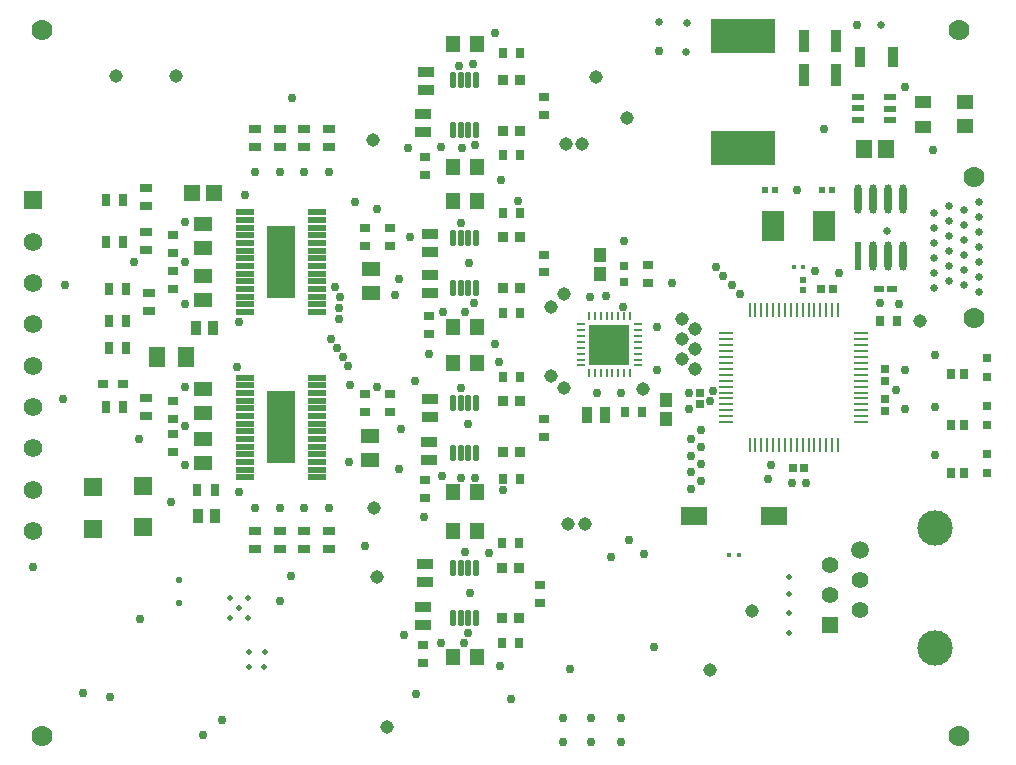
<source format=gts>
G04*
G04 #@! TF.GenerationSoftware,Altium Limited,Altium Designer,22.0.2 (36)*
G04*
G04 Layer_Color=8388736*
%FSLAX24Y24*%
%MOIN*%
G70*
G04*
G04 #@! TF.SameCoordinates,DE06566D-9B10-4468-8ADE-4E205E6E5B4C*
G04*
G04*
G04 #@! TF.FilePolarity,Negative*
G04*
G01*
G75*
%ADD17R,0.0295X0.0394*%
%ADD18R,0.0394X0.0295*%
%ADD19R,0.0600X0.0600*%
%ADD20R,0.0377X0.0497*%
G04:AMPARAMS|DCode=21|XSize=9.8mil|YSize=27.6mil|CornerRadius=2mil|HoleSize=0mil|Usage=FLASHONLY|Rotation=180.000|XOffset=0mil|YOffset=0mil|HoleType=Round|Shape=RoundedRectangle|*
%AMROUNDEDRECTD21*
21,1,0.0098,0.0236,0,0,180.0*
21,1,0.0059,0.0276,0,0,180.0*
1,1,0.0039,-0.0030,0.0118*
1,1,0.0039,0.0030,0.0118*
1,1,0.0039,0.0030,-0.0118*
1,1,0.0039,-0.0030,-0.0118*
%
%ADD21ROUNDEDRECTD21*%
G04:AMPARAMS|DCode=22|XSize=9.8mil|YSize=27.6mil|CornerRadius=2mil|HoleSize=0mil|Usage=FLASHONLY|Rotation=90.000|XOffset=0mil|YOffset=0mil|HoleType=Round|Shape=RoundedRectangle|*
%AMROUNDEDRECTD22*
21,1,0.0098,0.0236,0,0,90.0*
21,1,0.0059,0.0276,0,0,90.0*
1,1,0.0039,0.0118,0.0030*
1,1,0.0039,0.0118,-0.0030*
1,1,0.0039,-0.0118,-0.0030*
1,1,0.0039,-0.0118,0.0030*
%
%ADD22ROUNDEDRECTD22*%
%ADD23R,0.0315X0.0315*%
%ADD24R,0.0394X0.0315*%
%ADD25R,0.0354X0.0315*%
%ADD26R,0.0533X0.0710*%
%ADD27R,0.0613X0.0500*%
%ADD28R,0.0354X0.0315*%
%ADD29R,0.0368X0.0379*%
%ADD30R,0.0315X0.0354*%
G04:AMPARAMS|DCode=31|XSize=17.7mil|YSize=63mil|CornerRadius=1.9mil|HoleSize=0mil|Usage=FLASHONLY|Rotation=90.000|XOffset=0mil|YOffset=0mil|HoleType=Round|Shape=RoundedRectangle|*
%AMROUNDEDRECTD31*
21,1,0.0177,0.0591,0,0,90.0*
21,1,0.0138,0.0630,0,0,90.0*
1,1,0.0039,0.0295,0.0069*
1,1,0.0039,0.0295,-0.0069*
1,1,0.0039,-0.0295,-0.0069*
1,1,0.0039,-0.0295,0.0069*
%
%ADD31ROUNDEDRECTD31*%
G04:AMPARAMS|DCode=32|XSize=94.5mil|YSize=242.9mil|CornerRadius=1.9mil|HoleSize=0mil|Usage=FLASHONLY|Rotation=0.000|XOffset=0mil|YOffset=0mil|HoleType=Round|Shape=RoundedRectangle|*
%AMROUNDEDRECTD32*
21,1,0.0945,0.2391,0,0,0.0*
21,1,0.0907,0.2429,0,0,0.0*
1,1,0.0038,0.0454,-0.1196*
1,1,0.0038,-0.0454,-0.1196*
1,1,0.0038,-0.0454,0.1196*
1,1,0.0038,0.0454,0.1196*
%
%ADD32ROUNDEDRECTD32*%
%ADD33R,0.0094X0.0492*%
%ADD34R,0.0492X0.0094*%
%ADD35R,0.0374X0.0217*%
%ADD36R,0.0576X0.0494*%
%ADD37R,0.0906X0.0591*%
%ADD38R,0.0354X0.0748*%
%ADD39R,0.2165X0.1181*%
%ADD40R,0.0276X0.0335*%
%ADD41R,0.0535X0.0575*%
%ADD42R,0.0554X0.0615*%
%ADD43R,0.0374X0.0669*%
%ADD44R,0.0433X0.0236*%
G04:AMPARAMS|DCode=45|XSize=97.4mil|YSize=24.5mil|CornerRadius=12.2mil|HoleSize=0mil|Usage=FLASHONLY|Rotation=90.000|XOffset=0mil|YOffset=0mil|HoleType=Round|Shape=RoundedRectangle|*
%AMROUNDEDRECTD45*
21,1,0.0974,0.0000,0,0,90.0*
21,1,0.0729,0.0245,0,0,90.0*
1,1,0.0245,0.0000,0.0365*
1,1,0.0245,0.0000,-0.0365*
1,1,0.0245,0.0000,-0.0365*
1,1,0.0245,0.0000,0.0365*
%
%ADD45ROUNDEDRECTD45*%
%ADD46R,0.0245X0.0974*%
%ADD47R,0.0531X0.0374*%
G04:AMPARAMS|DCode=48|XSize=17.7mil|YSize=51.2mil|CornerRadius=4.4mil|HoleSize=0mil|Usage=FLASHONLY|Rotation=180.000|XOffset=0mil|YOffset=0mil|HoleType=Round|Shape=RoundedRectangle|*
%AMROUNDEDRECTD48*
21,1,0.0177,0.0423,0,0,180.0*
21,1,0.0089,0.0512,0,0,180.0*
1,1,0.0089,-0.0044,0.0212*
1,1,0.0089,0.0044,0.0212*
1,1,0.0089,0.0044,-0.0212*
1,1,0.0089,-0.0044,-0.0212*
%
%ADD48ROUNDEDRECTD48*%
G04:AMPARAMS|DCode=49|XSize=17.7mil|YSize=51.2mil|CornerRadius=4.4mil|HoleSize=0mil|Usage=FLASHONLY|Rotation=180.000|XOffset=0mil|YOffset=0mil|HoleType=Round|Shape=RoundedRectangle|*
%AMROUNDEDRECTD49*
21,1,0.0177,0.0423,0,0,180.0*
21,1,0.0089,0.0512,0,0,180.0*
1,1,0.0089,-0.0044,0.0212*
1,1,0.0089,0.0044,0.0212*
1,1,0.0089,0.0044,-0.0212*
1,1,0.0089,-0.0044,-0.0212*
%
%ADD49ROUNDEDRECTD49*%
%ADD50R,0.0283X0.0299*%
%ADD51R,0.1358X0.1358*%
%ADD52R,0.0299X0.0283*%
%ADD53R,0.0354X0.0295*%
%ADD54R,0.0472X0.0571*%
%ADD55R,0.0398X0.0476*%
%ADD56R,0.0374X0.0531*%
%ADD57R,0.0217X0.0236*%
%ADD58R,0.0748X0.1024*%
%ADD59R,0.0177X0.0177*%
%ADD60R,0.0220X0.0205*%
%ADD61R,0.0276X0.0256*%
%ADD62R,0.0551X0.0394*%
%ADD63C,0.0700*%
%ADD64C,0.0200*%
%ADD65C,0.0260*%
%ADD66C,0.1181*%
%ADD67C,0.0591*%
%ADD68C,0.0551*%
%ADD69R,0.0551X0.0551*%
%ADD70C,0.0617*%
%ADD71R,0.0617X0.0617*%
%ADD72C,0.0300*%
%ADD73C,0.0450*%
%ADD74C,0.0220*%
D17*
X17951Y25059D02*
D03*
X17361D02*
D03*
X17851Y21122D02*
D03*
X17261D02*
D03*
X17951Y23094D02*
D03*
X17361D02*
D03*
X20895Y18350D02*
D03*
X20305D02*
D03*
X17261Y28012D02*
D03*
X17851D02*
D03*
X17261Y26634D02*
D03*
X17851D02*
D03*
X17355Y24000D02*
D03*
X17945D02*
D03*
D18*
X18700Y24327D02*
D03*
Y24917D02*
D03*
X18600Y21417D02*
D03*
Y20827D02*
D03*
Y27833D02*
D03*
Y28423D02*
D03*
Y26355D02*
D03*
Y26945D02*
D03*
D19*
X16850Y17075D02*
D03*
Y18455D02*
D03*
X18500Y18490D02*
D03*
Y17110D02*
D03*
D20*
X20909Y17484D02*
D03*
X20336D02*
D03*
X20841Y23750D02*
D03*
X20268D02*
D03*
D21*
X33361Y24145D02*
D03*
X33558D02*
D03*
Y22255D02*
D03*
X33361D02*
D03*
X34739D02*
D03*
X33755Y24145D02*
D03*
X33952D02*
D03*
X34148D02*
D03*
X34345D02*
D03*
X34542D02*
D03*
X34739D02*
D03*
X33755Y22255D02*
D03*
X33952D02*
D03*
X34148D02*
D03*
X34345D02*
D03*
X34542D02*
D03*
D22*
X33105Y22511D02*
D03*
Y22708D02*
D03*
Y23692D02*
D03*
Y23889D02*
D03*
X34995D02*
D03*
Y22905D02*
D03*
Y22708D02*
D03*
X33105Y23298D02*
D03*
Y23495D02*
D03*
Y22905D02*
D03*
Y23102D02*
D03*
X34995Y23298D02*
D03*
Y23495D02*
D03*
Y23692D02*
D03*
Y22511D02*
D03*
Y23102D02*
D03*
D23*
X46650Y22125D02*
D03*
Y22775D02*
D03*
Y19575D02*
D03*
Y18925D02*
D03*
Y21175D02*
D03*
Y20525D02*
D03*
D24*
X23884Y16995D02*
D03*
Y16405D02*
D03*
X22250Y30395D02*
D03*
Y29805D02*
D03*
X23067Y30395D02*
D03*
Y29805D02*
D03*
X23884Y30395D02*
D03*
Y29805D02*
D03*
X24702Y16409D02*
D03*
Y17000D02*
D03*
X23067Y16405D02*
D03*
Y16995D02*
D03*
X22250Y16409D02*
D03*
Y17000D02*
D03*
X24702Y30395D02*
D03*
Y29805D02*
D03*
D25*
X17158Y21901D02*
D03*
X17827D02*
D03*
D26*
X18968Y22800D02*
D03*
X19932D02*
D03*
D27*
X26069Y20175D02*
D03*
Y19373D02*
D03*
X26110Y25723D02*
D03*
Y24921D02*
D03*
X20500Y26436D02*
D03*
Y27238D02*
D03*
Y20064D02*
D03*
Y19262D02*
D03*
Y20936D02*
D03*
Y21738D02*
D03*
Y25489D02*
D03*
Y24687D02*
D03*
D28*
X25900Y26505D02*
D03*
Y27095D02*
D03*
X31882Y20131D02*
D03*
Y20721D02*
D03*
Y30873D02*
D03*
Y25614D02*
D03*
X31750Y14605D02*
D03*
X26750Y21545D02*
D03*
Y20955D02*
D03*
X19500Y26265D02*
D03*
Y26856D02*
D03*
X31750Y15195D02*
D03*
X35323Y25255D02*
D03*
Y25845D02*
D03*
X26750Y27095D02*
D03*
Y26505D02*
D03*
X19500Y25055D02*
D03*
Y25645D02*
D03*
Y21329D02*
D03*
Y20739D02*
D03*
Y19621D02*
D03*
Y20211D02*
D03*
X25900Y20955D02*
D03*
Y21545D02*
D03*
X31882Y31464D02*
D03*
Y26205D02*
D03*
D29*
X31064Y30323D02*
D03*
Y25109D02*
D03*
Y19626D02*
D03*
X31032Y14100D02*
D03*
X31064Y32023D02*
D03*
X30500D02*
D03*
Y30323D02*
D03*
X31064Y26809D02*
D03*
X30500D02*
D03*
Y25109D02*
D03*
X31064Y21326D02*
D03*
X30500D02*
D03*
Y19626D02*
D03*
X31032Y15750D02*
D03*
X30468D02*
D03*
Y14100D02*
D03*
D30*
X31077Y29523D02*
D03*
Y24250D02*
D03*
Y18726D02*
D03*
X31045Y13250D02*
D03*
X43055Y24000D02*
D03*
X43645D02*
D03*
X30455Y13250D02*
D03*
X30487Y18726D02*
D03*
Y29523D02*
D03*
Y24250D02*
D03*
X34555Y20950D02*
D03*
X35145D02*
D03*
X31077Y22126D02*
D03*
X30487D02*
D03*
Y32923D02*
D03*
X31077D02*
D03*
X30487Y27609D02*
D03*
X31077D02*
D03*
X31045Y16600D02*
D03*
X30455D02*
D03*
D31*
X21898Y22106D02*
D03*
Y21850D02*
D03*
Y19036D02*
D03*
Y18780D02*
D03*
X24300Y20059D02*
D03*
Y20827D02*
D03*
X21898Y20315D02*
D03*
X24300D02*
D03*
X21898Y20571D02*
D03*
X24300D02*
D03*
Y22106D02*
D03*
Y21850D02*
D03*
Y21595D02*
D03*
Y18780D02*
D03*
Y19036D02*
D03*
Y19291D02*
D03*
Y21083D02*
D03*
Y19803D02*
D03*
X21898Y20827D02*
D03*
Y20059D02*
D03*
X24300Y21339D02*
D03*
Y19547D02*
D03*
X21898Y19291D02*
D03*
Y21595D02*
D03*
Y19803D02*
D03*
Y21083D02*
D03*
Y21339D02*
D03*
Y19547D02*
D03*
Y25054D02*
D03*
Y26846D02*
D03*
Y26590D02*
D03*
Y25310D02*
D03*
Y27102D02*
D03*
Y24798D02*
D03*
X24300Y26334D02*
D03*
Y25566D02*
D03*
X21898Y24287D02*
D03*
Y24543D02*
D03*
Y27357D02*
D03*
Y27613D02*
D03*
X24300Y25822D02*
D03*
X21898D02*
D03*
X24300Y26078D02*
D03*
X21898D02*
D03*
X24300Y27613D02*
D03*
Y27357D02*
D03*
Y27102D02*
D03*
Y24287D02*
D03*
Y24543D02*
D03*
Y24798D02*
D03*
Y26590D02*
D03*
Y25310D02*
D03*
X21898Y26334D02*
D03*
Y25566D02*
D03*
X24300Y26846D02*
D03*
Y25054D02*
D03*
D32*
X23099Y20443D02*
D03*
Y25950D02*
D03*
D33*
X41670Y19857D02*
D03*
X41474D02*
D03*
X41277D02*
D03*
X41080D02*
D03*
X40883D02*
D03*
X40686D02*
D03*
X40489D02*
D03*
X40293D02*
D03*
X40096D02*
D03*
X39899D02*
D03*
X39702D02*
D03*
X39505D02*
D03*
X39308D02*
D03*
X39111D02*
D03*
X38915D02*
D03*
X38718D02*
D03*
X41670Y24346D02*
D03*
X41474D02*
D03*
X41277D02*
D03*
X41080D02*
D03*
X40883D02*
D03*
X40686D02*
D03*
X40489D02*
D03*
X40293D02*
D03*
X40096D02*
D03*
X39899D02*
D03*
X39702D02*
D03*
X39505D02*
D03*
X39308D02*
D03*
X38915D02*
D03*
X38718D02*
D03*
X39111D02*
D03*
D34*
X42438Y20625D02*
D03*
Y20822D02*
D03*
Y21019D02*
D03*
Y21216D02*
D03*
Y21413D02*
D03*
Y21609D02*
D03*
Y21806D02*
D03*
Y22003D02*
D03*
Y22200D02*
D03*
Y22397D02*
D03*
Y22594D02*
D03*
Y22791D02*
D03*
Y22987D02*
D03*
Y23184D02*
D03*
Y23381D02*
D03*
Y23578D02*
D03*
X37950D02*
D03*
Y23381D02*
D03*
Y23184D02*
D03*
Y22987D02*
D03*
Y22200D02*
D03*
Y22003D02*
D03*
Y21806D02*
D03*
Y21609D02*
D03*
Y21413D02*
D03*
Y21216D02*
D03*
Y21019D02*
D03*
Y20822D02*
D03*
Y20625D02*
D03*
Y22397D02*
D03*
Y22594D02*
D03*
Y22791D02*
D03*
D35*
X43024Y25050D02*
D03*
X43476D02*
D03*
D36*
X45900Y31304D02*
D03*
Y30496D02*
D03*
D37*
X39519Y17486D02*
D03*
X36881D02*
D03*
D38*
X41585Y33335D02*
D03*
X40522D02*
D03*
X41608Y32192D02*
D03*
X40545D02*
D03*
D39*
X38515Y29753D02*
D03*
Y33493D02*
D03*
D40*
X45876Y18925D02*
D03*
X45424D02*
D03*
X45876Y20525D02*
D03*
X45424D02*
D03*
X45876Y22225D02*
D03*
X45424D02*
D03*
D41*
X20863Y28271D02*
D03*
X20133D02*
D03*
D42*
X43280Y29718D02*
D03*
X42531D02*
D03*
D43*
X42385Y32794D02*
D03*
X43487D02*
D03*
D44*
X42350Y31076D02*
D03*
X43413Y31450D02*
D03*
X42350D02*
D03*
X43413Y31072D02*
D03*
Y30702D02*
D03*
X42350D02*
D03*
D45*
X42850Y26149D02*
D03*
Y28051D02*
D03*
X42350D02*
D03*
X43350D02*
D03*
X43850D02*
D03*
X43350Y26149D02*
D03*
X43850D02*
D03*
D46*
X42350D02*
D03*
D47*
X27850Y13845D02*
D03*
Y14455D02*
D03*
X28050Y19345D02*
D03*
Y19955D02*
D03*
X28077Y20795D02*
D03*
Y21405D02*
D03*
X27850Y30888D02*
D03*
Y30278D02*
D03*
X27900Y15905D02*
D03*
Y15295D02*
D03*
X27950Y31695D02*
D03*
Y32305D02*
D03*
X28077Y24911D02*
D03*
Y25521D02*
D03*
Y26905D02*
D03*
Y26295D02*
D03*
D48*
X29091Y26751D02*
D03*
X29603Y25098D02*
D03*
X28835Y26751D02*
D03*
Y25098D02*
D03*
X29091D02*
D03*
X29347D02*
D03*
Y26751D02*
D03*
X29091Y21251D02*
D03*
X29603Y19598D02*
D03*
X28835Y21251D02*
D03*
Y19598D02*
D03*
X29091D02*
D03*
X29347D02*
D03*
Y21251D02*
D03*
X29091Y15744D02*
D03*
X29603Y14090D02*
D03*
X28835Y15744D02*
D03*
Y14090D02*
D03*
X29091D02*
D03*
X29347Y15744D02*
D03*
Y14090D02*
D03*
Y30366D02*
D03*
Y32019D02*
D03*
X29091Y30366D02*
D03*
X28835D02*
D03*
Y32019D02*
D03*
X29603Y30366D02*
D03*
X29091Y32019D02*
D03*
D49*
X29603Y26751D02*
D03*
Y21251D02*
D03*
Y15744D02*
D03*
Y32019D02*
D03*
D50*
X43250Y22007D02*
D03*
Y22393D02*
D03*
X37063Y21219D02*
D03*
Y21605D02*
D03*
X43250Y21007D02*
D03*
Y21393D02*
D03*
D51*
X34050Y23200D02*
D03*
D52*
X40157Y19078D02*
D03*
X40543D02*
D03*
X41107Y25050D02*
D03*
X41493D02*
D03*
D53*
X27900Y28845D02*
D03*
Y29455D02*
D03*
X28050Y23545D02*
D03*
Y24155D02*
D03*
X27850Y13205D02*
D03*
Y12595D02*
D03*
X27900Y18705D02*
D03*
Y18095D02*
D03*
D54*
X29626Y18276D02*
D03*
X28838D02*
D03*
Y23809D02*
D03*
X29626D02*
D03*
Y22576D02*
D03*
X28838D02*
D03*
X28837Y28009D02*
D03*
X29625D02*
D03*
X29626Y12776D02*
D03*
X28838D02*
D03*
X29626Y29123D02*
D03*
X28838D02*
D03*
Y16976D02*
D03*
X29626D02*
D03*
X28838Y33223D02*
D03*
X29626D02*
D03*
D55*
X33723Y26181D02*
D03*
Y25550D02*
D03*
X35950Y21366D02*
D03*
Y20734D02*
D03*
D56*
X33895Y20850D02*
D03*
X33305D02*
D03*
D57*
X40500Y25367D02*
D03*
Y25033D02*
D03*
D58*
X39504Y27150D02*
D03*
X41196D02*
D03*
D59*
X40193Y25800D02*
D03*
X40507D02*
D03*
X38043Y16200D02*
D03*
X38357D02*
D03*
D60*
X39554Y28350D02*
D03*
X39246D02*
D03*
X41146D02*
D03*
X41454D02*
D03*
D61*
X34523Y25816D02*
D03*
Y25284D02*
D03*
D62*
X44500Y30473D02*
D03*
Y31300D02*
D03*
D63*
X46196Y28796D02*
D03*
Y24096D02*
D03*
X45700Y33700D02*
D03*
Y10150D02*
D03*
X15150D02*
D03*
Y33700D02*
D03*
D64*
X40050Y13600D02*
D03*
Y14250D02*
D03*
Y14900D02*
D03*
Y15450D02*
D03*
X22050Y12950D02*
D03*
Y12450D02*
D03*
X22550D02*
D03*
X22555Y12957D02*
D03*
X21698Y14433D02*
D03*
X21400Y14100D02*
D03*
X22000D02*
D03*
Y14750D02*
D03*
X21400D02*
D03*
X23441Y19395D02*
D03*
X23099Y19393D02*
D03*
X22749D02*
D03*
X23441Y19795D02*
D03*
X23099Y19793D02*
D03*
X22749D02*
D03*
X23441Y20195D02*
D03*
X23099Y20193D02*
D03*
X22749D02*
D03*
X23449Y20693D02*
D03*
X23099D02*
D03*
X22749D02*
D03*
X23449Y21043D02*
D03*
X23099D02*
D03*
X22749D02*
D03*
X23449Y21443D02*
D03*
X23099D02*
D03*
X22749D02*
D03*
X23441Y24902D02*
D03*
X23099Y24900D02*
D03*
X22749D02*
D03*
X23441Y25302D02*
D03*
X23099Y25300D02*
D03*
X22749D02*
D03*
X23441Y25702D02*
D03*
X23099Y25700D02*
D03*
X22749D02*
D03*
X23449Y26200D02*
D03*
X23099D02*
D03*
X22749D02*
D03*
X23449Y26550D02*
D03*
X23099D02*
D03*
X22749D02*
D03*
X23449Y26950D02*
D03*
X23099D02*
D03*
X22749D02*
D03*
D65*
X45376Y25826D02*
D03*
Y26826D02*
D03*
Y27326D02*
D03*
X44876Y25076D02*
D03*
Y27076D02*
D03*
Y27576D02*
D03*
X45376Y25326D02*
D03*
Y27826D02*
D03*
X44876Y26076D02*
D03*
Y25576D02*
D03*
X45376Y26326D02*
D03*
X44876Y26576D02*
D03*
X46376Y27946D02*
D03*
Y25946D02*
D03*
Y26946D02*
D03*
Y25446D02*
D03*
Y26446D02*
D03*
X45876Y25196D02*
D03*
Y27696D02*
D03*
Y27196D02*
D03*
Y25696D02*
D03*
Y26196D02*
D03*
X46376Y27446D02*
D03*
X45876Y26696D02*
D03*
X46376Y24946D02*
D03*
X43300Y27000D02*
D03*
X43100Y33850D02*
D03*
X35690Y33966D02*
D03*
X36628Y33916D02*
D03*
X36593Y32973D02*
D03*
D66*
X44897Y13102D02*
D03*
Y17102D02*
D03*
D67*
X42397Y16350D02*
D03*
D68*
X41397Y15850D02*
D03*
X42397Y15350D02*
D03*
X41397Y14850D02*
D03*
X42397Y14350D02*
D03*
D69*
X41397Y13850D02*
D03*
D70*
X14850Y23878D02*
D03*
Y25256D02*
D03*
Y18366D02*
D03*
Y19744D02*
D03*
Y16988D02*
D03*
Y26634D02*
D03*
Y22500D02*
D03*
Y21122D02*
D03*
D71*
Y28012D02*
D03*
D72*
X29579Y18761D02*
D03*
X29102D02*
D03*
X41700Y25600D02*
D03*
X40900Y25650D02*
D03*
X21150Y10700D02*
D03*
X20500Y10200D02*
D03*
X33450Y9950D02*
D03*
Y10750D02*
D03*
X34450Y9950D02*
D03*
X32500D02*
D03*
X34437Y10775D02*
D03*
X32500Y10750D02*
D03*
X19900Y24550D02*
D03*
X14850Y15800D02*
D03*
X19450Y17950D02*
D03*
X15850Y21400D02*
D03*
X15900Y25200D02*
D03*
X21700Y18300D02*
D03*
X44900Y22850D02*
D03*
X34427Y21600D02*
D03*
X35650Y22350D02*
D03*
Y23800D02*
D03*
X36150Y25250D02*
D03*
X33400Y24800D02*
D03*
X43900Y31800D02*
D03*
X42300Y33850D02*
D03*
X43700Y24550D02*
D03*
X16500Y11600D02*
D03*
X44900Y21142D02*
D03*
Y19542D02*
D03*
X19900Y19200D02*
D03*
X27600Y11550D02*
D03*
X17400Y11450D02*
D03*
X18400Y14050D02*
D03*
X25914Y16487D02*
D03*
X30760Y11393D02*
D03*
X23073Y14666D02*
D03*
X44846Y29682D02*
D03*
X32732Y12408D02*
D03*
X41206Y30402D02*
D03*
X35524Y13140D02*
D03*
X35206Y16218D02*
D03*
X34104Y16140D02*
D03*
X34714Y16694D02*
D03*
X35687Y33008D02*
D03*
X23883Y17750D02*
D03*
X18368Y20062D02*
D03*
X27194Y13537D02*
D03*
X29387Y14915D02*
D03*
X26317Y27711D02*
D03*
X25415Y21850D02*
D03*
X25372Y19300D02*
D03*
X25557Y27952D02*
D03*
X27334Y29762D02*
D03*
X39349Y18741D02*
D03*
X30500Y18350D02*
D03*
X36781Y18382D02*
D03*
X37104Y18663D02*
D03*
X36781Y18945D02*
D03*
X37104Y20351D02*
D03*
Y19788D02*
D03*
X36781Y20070D02*
D03*
X37414Y21320D02*
D03*
X37485Y21662D02*
D03*
X38400Y24900D02*
D03*
X36781Y19507D02*
D03*
X37104Y19226D02*
D03*
X39440Y19193D02*
D03*
X27050Y19050D02*
D03*
Y25400D02*
D03*
X26900Y24850D02*
D03*
X34525Y26653D02*
D03*
X27581Y22000D02*
D03*
X29485Y32544D02*
D03*
X29018Y32489D02*
D03*
X28426Y29785D02*
D03*
X29131Y29760D02*
D03*
X29560Y29872D02*
D03*
X29535Y24598D02*
D03*
X29237Y24300D02*
D03*
X23067Y17750D02*
D03*
X30028Y16257D02*
D03*
X33574Y22743D02*
D03*
X33550Y23672D02*
D03*
X33937Y24823D02*
D03*
X34500Y24466D02*
D03*
X31000Y28000D02*
D03*
X24700Y28950D02*
D03*
X23450Y15500D02*
D03*
X22250Y17750D02*
D03*
X24700D02*
D03*
X23883Y28950D02*
D03*
X23067D02*
D03*
X22250D02*
D03*
X30450Y28700D02*
D03*
X37850Y25500D02*
D03*
X37600Y25800D02*
D03*
X38150Y25200D02*
D03*
X28484Y18814D02*
D03*
X26300Y21800D02*
D03*
X36700Y21050D02*
D03*
X24903Y25128D02*
D03*
X25050Y24426D02*
D03*
X29100Y27250D02*
D03*
X29111Y21750D02*
D03*
X29350Y13600D02*
D03*
X29250Y16300D02*
D03*
X25052Y24776D02*
D03*
X24783Y23397D02*
D03*
X24972Y23098D02*
D03*
X25161Y22799D02*
D03*
X25350Y22500D02*
D03*
X27864Y17444D02*
D03*
X19900Y20500D02*
D03*
Y25950D02*
D03*
X18200D02*
D03*
X27100Y20400D02*
D03*
X27400Y26800D02*
D03*
X25050Y24050D02*
D03*
X19900Y21800D02*
D03*
X21650Y22450D02*
D03*
X21700Y23950D02*
D03*
X19900Y27289D02*
D03*
X21900Y28200D02*
D03*
X23471Y31429D02*
D03*
X30398Y12502D02*
D03*
X29350Y20550D02*
D03*
X33648Y21600D02*
D03*
X40150Y18600D02*
D03*
X43600Y21700D02*
D03*
X28050Y22900D02*
D03*
X30238Y23238D02*
D03*
X30373Y22623D02*
D03*
X29372Y25920D02*
D03*
X30250Y33600D02*
D03*
X34550Y22722D02*
D03*
X34050Y23222D02*
D03*
X34550Y23672D02*
D03*
X40300Y28350D02*
D03*
X43055Y24605D02*
D03*
X43900Y22350D02*
D03*
X36700Y21600D02*
D03*
X43900Y21050D02*
D03*
X28450Y13250D02*
D03*
X29200D02*
D03*
X28515Y24300D02*
D03*
X40600Y18600D02*
D03*
D73*
X44400Y24000D02*
D03*
X37400Y12350D02*
D03*
X26650Y10450D02*
D03*
X34650Y30750D02*
D03*
X17600Y32150D02*
D03*
X26200Y17750D02*
D03*
X26300Y15450D02*
D03*
X19600Y32150D02*
D03*
X33592Y32130D02*
D03*
X33250Y17237D02*
D03*
X26172Y30019D02*
D03*
X32550Y24900D02*
D03*
X32100Y24450D02*
D03*
X38792Y14330D02*
D03*
X32661Y17237D02*
D03*
X32550Y21759D02*
D03*
X32100Y22156D02*
D03*
X35176Y21715D02*
D03*
X32600Y29900D02*
D03*
X33150D02*
D03*
X36909Y23717D02*
D03*
X36463Y24050D02*
D03*
X36909Y22385D02*
D03*
Y23051D02*
D03*
X36463Y22718D02*
D03*
Y23384D02*
D03*
D74*
X19692Y15366D02*
D03*
X19705Y14577D02*
D03*
M02*

</source>
